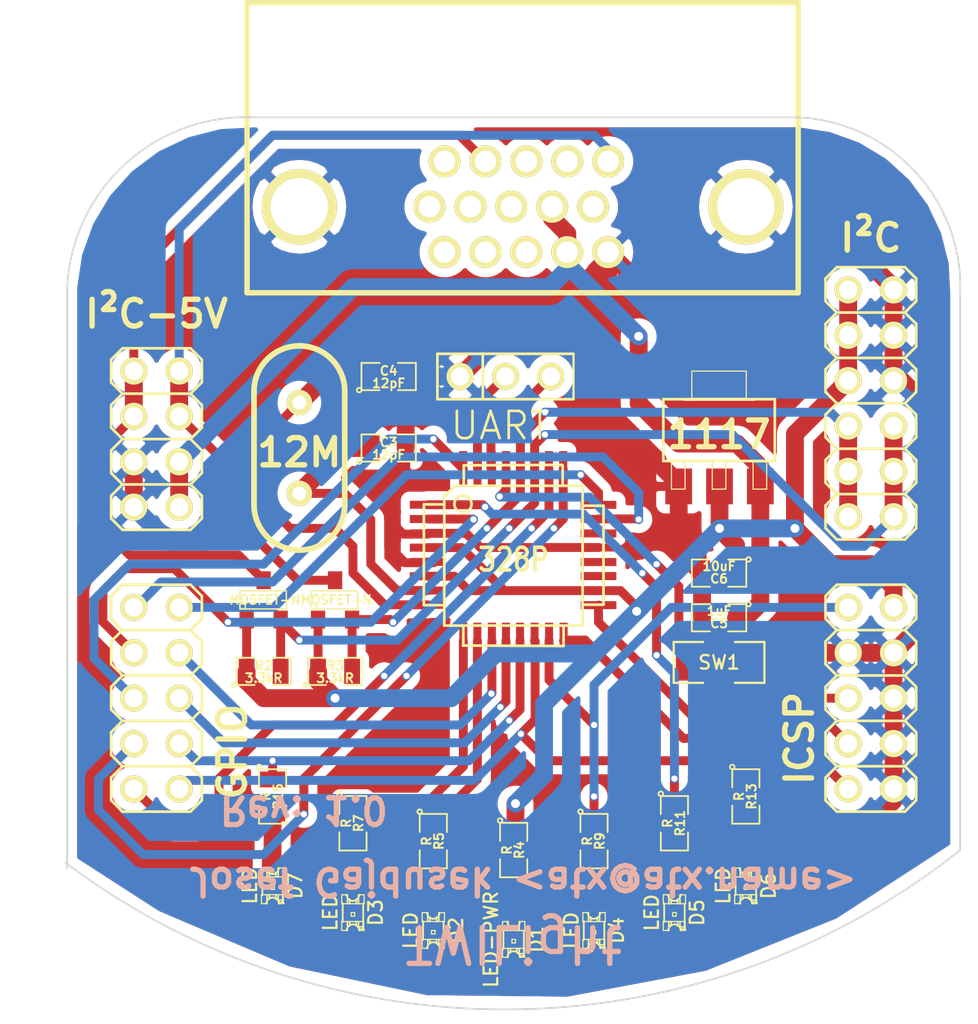
<source format=kicad_pcb>
(kicad_pcb (version 3) (host pcbnew "(2013-may-18)-stable")
  (layers (15 F.Cu signal) (0 B.Cu signal) (18 B.Paste user) (19 F.Paste user) (20 B.SilkS user) (21 F.SilkS user) (22 B.Mask user) (23 F.Mask user) (28 Edge.Cuts user))
  (net 0 "")
  (net 1 +3.3V)
  (net 2 +5V)
  (net 3 AVR-RST)
  (net 4 GND)
  (net 5 GPIO0)
  (net 6 GPIO1)
  (net 7 GPIO2)
  (net 8 GPIO3)
  (net 9 GPIO4)
  (net 10 GPIO5)
  (net 11 GPIO6)
  (net 12 GPIO7)
  (net 13 GPIO8)
  (net 14 GPIO9)
  (net 15 MISO)
  (net 16 MOSI)
  (net 17 N-0000020)
  (net 18 N-0000024)
  (net 19 N-0000027)
  (net 20 N-0000040)
  (net 21 N-0000044)
  (net 22 N-0000045)
  (net 23 N-0000047)
  (net 24 N-0000048)
  (net 25 N-0000049)
  (net 26 PWM-0A)
  (net 27 PWM-0B)
  (net 28 PWM-2B)
  (net 29 RX)
  (net 30 SCK)
  (net 31 SCL-3.3V)
  (net 32 SCL-5V)
  (net 33 SDA-3.3V)
  (net 34 SDA-5V)
  (net 35 TX)
  (module TQFP32 (layer F.Cu) (at 37 36.5)
    (fp_text reference "" (at 0 -1.27) (layer F.SilkS) (effects (font (size 1.27 1.016) (thickness 0.2032))))
    (fp_text value 328P (at 0 0.25) (layer F.SilkS) (effects (font (size 1.27 1.016) (thickness 0.2032))))
    (pad 8 smd rect (at -4.81584 2.77622) (size 1.99898 0.44958) (layers F.Cu F.Paste F.Mask) (net 22 N-0000045))
    (pad 7 smd rect (at -4.81584 1.97612) (size 1.99898 0.44958) (layers F.Cu F.Paste F.Mask) (net 21 N-0000044))
    (pad 6 smd rect (at -4.81584 1.17602) (size 1.99898 0.44958) (layers F.Cu F.Paste F.Mask) (net 1 +3.3V))
    (pad 5 smd rect (at -4.81584 0.37592) (size 1.99898 0.44958) (layers F.Cu F.Paste F.Mask) (net 4 GND))
    (pad 4 smd rect (at -4.81584 -0.42418) (size 1.99898 0.44958) (layers F.Cu F.Paste F.Mask) (net 1 +3.3V))
    (pad 3 smd rect (at -4.81584 -1.22428) (size 1.99898 0.44958) (layers F.Cu F.Paste F.Mask) (net 4 GND))
    (pad 2 smd rect (at -4.81584 -2.02438) (size 1.99898 0.44958) (layers F.Cu F.Paste F.Mask) (net 13 GPIO8))
    (pad 1 smd rect (at -4.81584 -2.82448) (size 1.99898 0.44958) (layers F.Cu F.Paste F.Mask) (net 28 PWM-2B))
    (pad 24 smd rect (at 4.7498 -2.8194) (size 1.99898 0.44958) (layers F.Cu F.Paste F.Mask) (net 9 GPIO4))
    (pad 17 smd rect (at 4.7498 2.794) (size 1.99898 0.44958) (layers F.Cu F.Paste F.Mask) (net 30 SCK))
    (pad 18 smd rect (at 4.7498 1.9812) (size 1.99898 0.44958) (layers F.Cu F.Paste F.Mask) (net 1 +3.3V))
    (pad 19 smd rect (at 4.7498 1.1684) (size 1.99898 0.44958) (layers F.Cu F.Paste F.Mask))
    (pad 20 smd rect (at 4.7498 0.381) (size 1.99898 0.44958) (layers F.Cu F.Paste F.Mask))
    (pad 21 smd rect (at 4.7498 -0.4318) (size 1.99898 0.44958) (layers F.Cu F.Paste F.Mask) (net 4 GND))
    (pad 22 smd rect (at 4.7498 -1.2192) (size 1.99898 0.44958) (layers F.Cu F.Paste F.Mask))
    (pad 23 smd rect (at 4.7498 -2.032) (size 1.99898 0.44958) (layers F.Cu F.Paste F.Mask) (net 14 GPIO9))
    (pad 32 smd rect (at -2.82448 -4.826) (size 0.44958 1.99898) (layers F.Cu F.Paste F.Mask) (net 12 GPIO7))
    (pad 31 smd rect (at -2.02692 -4.826) (size 0.44958 1.99898) (layers F.Cu F.Paste F.Mask) (net 35 TX))
    (pad 30 smd rect (at -1.22428 -4.826) (size 0.44958 1.99898) (layers F.Cu F.Paste F.Mask) (net 29 RX))
    (pad 29 smd rect (at -0.42672 -4.826) (size 0.44958 1.99898) (layers F.Cu F.Paste F.Mask) (net 3 AVR-RST))
    (pad 28 smd rect (at 0.37592 -4.826) (size 0.44958 1.99898) (layers F.Cu F.Paste F.Mask) (net 31 SCL-3.3V))
    (pad 27 smd rect (at 1.17348 -4.826) (size 0.44958 1.99898) (layers F.Cu F.Paste F.Mask) (net 33 SDA-3.3V))
    (pad 26 smd rect (at 1.97612 -4.826) (size 0.44958 1.99898) (layers F.Cu F.Paste F.Mask) (net 10 GPIO5))
    (pad 25 smd rect (at 2.77368 -4.826) (size 0.44958 1.99898) (layers F.Cu F.Paste F.Mask) (net 11 GPIO6))
    (pad 9 smd rect (at -2.8194 4.7752) (size 0.44958 1.99898) (layers F.Cu F.Paste F.Mask) (net 27 PWM-0B))
    (pad 10 smd rect (at -2.032 4.7752) (size 0.44958 1.99898) (layers F.Cu F.Paste F.Mask) (net 26 PWM-0A))
    (pad 11 smd rect (at -1.2192 4.7752) (size 0.44958 1.99898) (layers F.Cu F.Paste F.Mask) (net 8 GPIO3))
    (pad 12 smd rect (at -0.4318 4.7752) (size 0.44958 1.99898) (layers F.Cu F.Paste F.Mask) (net 7 GPIO2))
    (pad 13 smd rect (at 0.3556 4.7752) (size 0.44958 1.99898) (layers F.Cu F.Paste F.Mask) (net 6 GPIO1))
    (pad 14 smd rect (at 1.1684 4.7752) (size 0.44958 1.99898) (layers F.Cu F.Paste F.Mask) (net 5 GPIO0))
    (pad 15 smd rect (at 1.9812 4.7752) (size 0.44958 1.99898) (layers F.Cu F.Paste F.Mask) (net 16 MOSI))
    (pad 16 smd rect (at 2.794 4.7752) (size 0.44958 1.99898) (layers F.Cu F.Paste F.Mask) (net 15 MISO))
  )
  (module SM1206 (layer F.Cu) (at 48.5 42.5 180)
    (fp_text reference SW1 (at 0 0 180) (layer F.SilkS) (effects (font (size 0.762 0.762) (thickness 0.127))))
    (fp_text value SPST hide)
    (pad 1 smd rect (at -1.651 0 180) (size 1.524 2.032) (layers F.Cu F.Paste F.Mask) (net 4 GND))
    (pad 2 smd rect (at 1.651 0 180) (size 1.524 2.032) (layers F.Cu F.Paste F.Mask) (net 3 AVR-RST))
  )
  (module SM0805 (layer F.Cu) (at 50 50 270)
    (fp_text reference R13 (at 0 -0.3175 270) (layer F.SilkS) (effects (font (size 0.50038 0.50038) (thickness 0.10922))))
    (fp_text value R (at 0 0.381 270) (layer F.SilkS) (effects (font (size 0.50038 0.50038) (thickness 0.10922))))
    (pad 1 smd rect (at -0.9525 0 270) (size 0.889 1.397) (layers F.Cu F.Paste F.Mask) (net 5 GPIO0))
    (pad 2 smd rect (at 0.9525 0 270) (size 0.889 1.397) (layers F.Cu F.Paste F.Mask) (net 23 N-0000047))
  )
  (module SM0805 (layer F.Cu) (at 23.5 50 270)
    (fp_text reference R15 (at 0 -0.3175 270) (layer F.SilkS) (effects (font (size 0.50038 0.50038) (thickness 0.10922))))
    (fp_text value R (at 0 0.381 270) (layer F.SilkS) (effects (font (size 0.50038 0.50038) (thickness 0.10922))))
    (pad 1 smd rect (at -0.9525 0 270) (size 0.889 1.397) (layers F.Cu F.Paste F.Mask) (net 6 GPIO1))
    (pad 2 smd rect (at 0.9525 0 270) (size 0.889 1.397) (layers F.Cu F.Paste F.Mask) (net 18 N-0000024))
  )
  (module SM0805 (layer F.Cu) (at 27 43)
    (fp_text reference R3 (at 0 -0.3175) (layer F.SilkS) (effects (font (size 0.50038 0.50038) (thickness 0.10922))))
    (fp_text value 3.3kR (at 0 0.381) (layer F.SilkS) (effects (font (size 0.50038 0.50038) (thickness 0.10922))))
    (pad 1 smd rect (at -0.9525 0) (size 0.889 1.397) (layers F.Cu F.Paste F.Mask) (net 1 +3.3V))
    (pad 2 smd rect (at 0.9525 0) (size 0.889 1.397) (layers F.Cu F.Paste F.Mask) (net 31 SCL-3.3V))
  )
  (module SM0805 (layer F.Cu) (at 23 43)
    (fp_text reference R2 (at 0 -0.3175) (layer F.SilkS) (effects (font (size 0.50038 0.50038) (thickness 0.10922))))
    (fp_text value 3.3kR (at 0 0.381) (layer F.SilkS) (effects (font (size 0.50038 0.50038) (thickness 0.10922))))
    (pad 1 smd rect (at -0.9525 0) (size 0.889 1.397) (layers F.Cu F.Paste F.Mask) (net 1 +3.3V))
    (pad 2 smd rect (at 0.9525 0) (size 0.889 1.397) (layers F.Cu F.Paste F.Mask) (net 33 SDA-3.3V))
  )
  (module SM0805 (layer F.Cu) (at 30 26.5)
    (fp_text reference C4 (at 0 -0.3175) (layer F.SilkS) (effects (font (size 0.50038 0.50038) (thickness 0.10922))))
    (fp_text value 12pF (at 0 0.381) (layer F.SilkS) (effects (font (size 0.50038 0.50038) (thickness 0.10922))))
    (pad 1 smd rect (at -0.9525 0) (size 0.889 1.397) (layers F.Cu F.Paste F.Mask) (net 22 N-0000045))
    (pad 2 smd rect (at 0.9525 0) (size 0.889 1.397) (layers F.Cu F.Paste F.Mask) (net 4 GND))
  )
  (module SM0805 (layer F.Cu) (at 30 30.5)
    (fp_text reference C3 (at 0 -0.3175) (layer F.SilkS) (effects (font (size 0.50038 0.50038) (thickness 0.10922))))
    (fp_text value 12pF (at 0 0.381) (layer F.SilkS) (effects (font (size 0.50038 0.50038) (thickness 0.10922))))
    (pad 1 smd rect (at -0.9525 0) (size 0.889 1.397) (layers F.Cu F.Paste F.Mask) (net 21 N-0000044))
    (pad 2 smd rect (at 0.9525 0) (size 0.889 1.397) (layers F.Cu F.Paste F.Mask) (net 4 GND))
  )
  (module SM0805 (layer F.Cu) (at 46 51.5 270)
    (fp_text reference R11 (at 0 -0.3175 270) (layer F.SilkS) (effects (font (size 0.50038 0.50038) (thickness 0.10922))))
    (fp_text value R (at 0 0.381 270) (layer F.SilkS) (effects (font (size 0.50038 0.50038) (thickness 0.10922))))
    (pad 1 smd rect (at -0.9525 0 270) (size 0.889 1.397) (layers F.Cu F.Paste F.Mask) (net 28 PWM-2B))
    (pad 2 smd rect (at 0.9525 0 270) (size 0.889 1.397) (layers F.Cu F.Paste F.Mask) (net 24 N-0000048))
  )
  (module SM0805 (layer F.Cu) (at 41.5 52.5 270)
    (fp_text reference R9 (at 0 -0.3175 270) (layer F.SilkS) (effects (font (size 0.50038 0.50038) (thickness 0.10922))))
    (fp_text value R (at 0 0.381 270) (layer F.SilkS) (effects (font (size 0.50038 0.50038) (thickness 0.10922))))
    (pad 1 smd rect (at -0.9525 0 270) (size 0.889 1.397) (layers F.Cu F.Paste F.Mask) (net 16 MOSI))
    (pad 2 smd rect (at 0.9525 0 270) (size 0.889 1.397) (layers F.Cu F.Paste F.Mask) (net 25 N-0000049))
  )
  (module SM0805 (layer F.Cu) (at 48.5 37.5 180)
    (fp_text reference C6 (at 0 -0.3175 180) (layer F.SilkS) (effects (font (size 0.50038 0.50038) (thickness 0.10922))))
    (fp_text value 10uF (at 0 0.381 180) (layer F.SilkS) (effects (font (size 0.50038 0.50038) (thickness 0.10922))))
    (pad 1 smd rect (at -0.9525 0 180) (size 0.889 1.397) (layers F.Cu F.Paste F.Mask) (net 1 +3.3V))
    (pad 2 smd rect (at 0.9525 0 180) (size 0.889 1.397) (layers F.Cu F.Paste F.Mask) (net 4 GND))
  )
  (module SM0805 (layer F.Cu) (at 48.5 40 180)
    (fp_text reference C5 (at 0 -0.3175 180) (layer F.SilkS) (effects (font (size 0.50038 0.50038) (thickness 0.10922))))
    (fp_text value 1uF (at 0 0.381 180) (layer F.SilkS) (effects (font (size 0.50038 0.50038) (thickness 0.10922))))
    (pad 1 smd rect (at -0.9525 0 180) (size 0.889 1.397) (layers F.Cu F.Paste F.Mask) (net 2 +5V))
    (pad 2 smd rect (at 0.9525 0 180) (size 0.889 1.397) (layers F.Cu F.Paste F.Mask) (net 4 GND))
  )
  (module SM0805 (layer F.Cu) (at 37 53 270)
    (fp_text reference R4 (at 0 -0.3175 270) (layer F.SilkS) (effects (font (size 0.50038 0.50038) (thickness 0.10922))))
    (fp_text value R (at 0 0.381 270) (layer F.SilkS) (effects (font (size 0.50038 0.50038) (thickness 0.10922))))
    (pad 1 smd rect (at -0.9525 0 270) (size 0.889 1.397) (layers F.Cu F.Paste F.Mask) (net 1 +3.3V))
    (pad 2 smd rect (at 0.9525 0 270) (size 0.889 1.397) (layers F.Cu F.Paste F.Mask) (net 19 N-0000027))
  )
  (module SM0805 (layer F.Cu) (at 32.5 52.5 270)
    (fp_text reference R5 (at 0 -0.3175 270) (layer F.SilkS) (effects (font (size 0.50038 0.50038) (thickness 0.10922))))
    (fp_text value R (at 0 0.381 270) (layer F.SilkS) (effects (font (size 0.50038 0.50038) (thickness 0.10922))))
    (pad 1 smd rect (at -0.9525 0 270) (size 0.889 1.397) (layers F.Cu F.Paste F.Mask) (net 26 PWM-0A))
    (pad 2 smd rect (at 0.9525 0 270) (size 0.889 1.397) (layers F.Cu F.Paste F.Mask) (net 17 N-0000020))
  )
  (module SM0805 (layer F.Cu) (at 28 51.5 270)
    (fp_text reference R7 (at 0 -0.3175 270) (layer F.SilkS) (effects (font (size 0.50038 0.50038) (thickness 0.10922))))
    (fp_text value R (at 0 0.381 270) (layer F.SilkS) (effects (font (size 0.50038 0.50038) (thickness 0.10922))))
    (pad 1 smd rect (at -0.9525 0 270) (size 0.889 1.397) (layers F.Cu F.Paste F.Mask) (net 27 PWM-0B))
    (pad 2 smd rect (at 0.9525 0 270) (size 0.889 1.397) (layers F.Cu F.Paste F.Mask) (net 20 N-0000040))
  )
  (module LED-0805 (layer F.Cu) (at 32.5 57.5 270)
    (fp_text reference D2 (at 0 -1.27 270) (layer F.SilkS) (effects (font (size 0.762 0.762) (thickness 0.127))))
    (fp_text value LED (at 0 1.27 270) (layer F.SilkS) (effects (font (size 0.762 0.762) (thickness 0.127))))
    (pad 1 smd rect (at -1.04902 0 270) (size 1.19888 1.19888) (layers F.Cu F.Paste F.Mask) (net 17 N-0000020))
    (pad 2 smd rect (at 1.04902 0 270) (size 1.19888 1.19888) (layers F.Cu F.Paste F.Mask) (net 4 GND))
  )
  (module LED-0805 (layer F.Cu) (at 23.5 55 270)
    (fp_text reference D7 (at 0 -1.27 270) (layer F.SilkS) (effects (font (size 0.762 0.762) (thickness 0.127))))
    (fp_text value LED (at 0 1.27 270) (layer F.SilkS) (effects (font (size 0.762 0.762) (thickness 0.127))))
    (pad 1 smd rect (at -1.04902 0 270) (size 1.19888 1.19888) (layers F.Cu F.Paste F.Mask) (net 18 N-0000024))
    (pad 2 smd rect (at 1.04902 0 270) (size 1.19888 1.19888) (layers F.Cu F.Paste F.Mask) (net 4 GND))
  )
  (module LED-0805 (layer F.Cu) (at 37 58 270)
    (fp_text reference D1 (at 0 -1.27 270) (layer F.SilkS) (effects (font (size 0.762 0.762) (thickness 0.127))))
    (fp_text value LED-PWR (at 0 1.27 270) (layer F.SilkS) (effects (font (size 0.762 0.762) (thickness 0.127))))
    (pad 1 smd rect (at -1.04902 0 270) (size 1.19888 1.19888) (layers F.Cu F.Paste F.Mask) (net 19 N-0000027))
    (pad 2 smd rect (at 1.04902 0 270) (size 1.19888 1.19888) (layers F.Cu F.Paste F.Mask) (net 4 GND))
  )
  (module LED-0805 (layer F.Cu) (at 28 56.5 270)
    (fp_text reference D3 (at 0 -1.27 270) (layer F.SilkS) (effects (font (size 0.762 0.762) (thickness 0.127))))
    (fp_text value LED (at 0 1.27 270) (layer F.SilkS) (effects (font (size 0.762 0.762) (thickness 0.127))))
    (pad 1 smd rect (at -1.04902 0 270) (size 1.19888 1.19888) (layers F.Cu F.Paste F.Mask) (net 20 N-0000040))
    (pad 2 smd rect (at 1.04902 0 270) (size 1.19888 1.19888) (layers F.Cu F.Paste F.Mask) (net 4 GND))
  )
  (module LED-0805 (layer F.Cu) (at 41.5 57.5 270)
    (fp_text reference D4 (at 0 -1.27 270) (layer F.SilkS) (effects (font (size 0.762 0.762) (thickness 0.127))))
    (fp_text value LED (at 0 1.27 270) (layer F.SilkS) (effects (font (size 0.762 0.762) (thickness 0.127))))
    (pad 1 smd rect (at -1.04902 0 270) (size 1.19888 1.19888) (layers F.Cu F.Paste F.Mask) (net 25 N-0000049))
    (pad 2 smd rect (at 1.04902 0 270) (size 1.19888 1.19888) (layers F.Cu F.Paste F.Mask) (net 4 GND))
  )
  (module LED-0805 (layer F.Cu) (at 46 56.5 270)
    (fp_text reference D5 (at 0 -1.27 270) (layer F.SilkS) (effects (font (size 0.762 0.762) (thickness 0.127))))
    (fp_text value LED (at 0 1.27 270) (layer F.SilkS) (effects (font (size 0.762 0.762) (thickness 0.127))))
    (pad 1 smd rect (at -1.04902 0 270) (size 1.19888 1.19888) (layers F.Cu F.Paste F.Mask) (net 24 N-0000048))
    (pad 2 smd rect (at 1.04902 0 270) (size 1.19888 1.19888) (layers F.Cu F.Paste F.Mask) (net 4 GND))
  )
  (module LED-0805 (layer F.Cu) (at 50 55 270)
    (fp_text reference D6 (at 0 -1.27 270) (layer F.SilkS) (effects (font (size 0.762 0.762) (thickness 0.127))))
    (fp_text value LED (at 0 1.27 270) (layer F.SilkS) (effects (font (size 0.762 0.762) (thickness 0.127))))
    (pad 1 smd rect (at -1.04902 0 270) (size 1.19888 1.19888) (layers F.Cu F.Paste F.Mask) (net 23 N-0000047))
    (pad 2 smd rect (at 1.04902 0 270) (size 1.19888 1.19888) (layers F.Cu F.Paste F.Mask) (net 4 GND))
  )
  (module SOT23 (layer F.Cu) (at 23 39)
    (fp_text reference "" (at 2 1 90) (layer F.SilkS) (effects (font (size 0.762 0.762) (thickness 0.11938))))
    (fp_text value MOSFET-N (at 0.0635 0) (layer F.SilkS) (effects (font (size 0.50038 0.50038) (thickness 0.09906))))
    (pad 3 smd rect (at 0 -1.09982) (size 0.8001 1.00076) (layers F.Cu F.Paste F.Mask) (net 34 SDA-5V))
    (pad 2 smd rect (at 0.9525 1.09982) (size 0.8001 1.00076) (layers F.Cu F.Paste F.Mask) (net 33 SDA-3.3V))
    (pad 1 smd rect (at -0.9525 1.09982) (size 0.8001 1.00076) (layers F.Cu F.Paste F.Mask) (net 1 +3.3V))
  )
  (module SOT23 (layer F.Cu) (at 27 39)
    (fp_text reference "" (at 1.99898 -0.09906 90) (layer F.SilkS) (effects (font (size 0.762 0.762) (thickness 0.11938))))
    (fp_text value MOSFET-N (at 0.0635 0) (layer F.SilkS) (effects (font (size 0.50038 0.50038) (thickness 0.09906))))
    (pad 3 smd rect (at 0 -1.09982) (size 0.8001 1.00076) (layers F.Cu F.Paste F.Mask) (net 32 SCL-5V))
    (pad 2 smd rect (at 0.9525 1.09982) (size 0.8001 1.00076) (layers F.Cu F.Paste F.Mask) (net 31 SCL-3.3V))
    (pad 1 smd rect (at -0.9525 1.09982) (size 0.8001 1.00076) (layers F.Cu F.Paste F.Mask) (net 1 +3.3V))
  )
  (module m-pad-2.1-181-015-212-171 (layer F.Cu) (at 37.5 17 180)
    (fp_text reference "" (at -12.23264 -6.11378 180) (layer B.SilkS) (effects (font (size 1.27 1.27) (thickness 0.0889))))
    (fp_text value "" (at 0 -6 180) (layer B.SilkS) (effects (font (size 1.4224 1.4224) (thickness 0.0889))))
    (pad 1 thru_hole circle (at 4.37134 -2.54 180) (size 1.7907 1.7907) (drill 1.1938) (layers *.Cu *.Mask F.Paste F.SilkS))
    (pad 2 thru_hole circle (at 2.08026 -2.54 180) (size 1.7907 1.7907) (drill 1.1938) (layers *.Cu *.Mask F.Paste F.SilkS))
    (pad 3 thru_hole circle (at -0.20828 -2.54 180) (size 1.7907 1.7907) (drill 1.1938) (layers *.Cu *.Mask F.Paste F.SilkS))
    (pad 4 thru_hole circle (at -2.49936 -2.54 180) (size 1.7907 1.7907) (drill 1.1938) (layers *.Cu *.Mask F.Paste F.SilkS) (net 2 +5V))
    (pad 5 thru_hole circle (at -4.79044 -2.54 180) (size 1.7907 1.7907) (drill 1.1938) (layers *.Cu *.Mask F.Paste F.SilkS) (net 4 GND))
    (pad 6 thru_hole circle (at 5.21716 0 180) (size 1.7907 1.7907) (drill 1.1938) (layers *.Cu *.Mask F.Paste F.SilkS))
    (pad 7 thru_hole circle (at 2.92608 0 180) (size 1.7907 1.7907) (drill 1.1938) (layers *.Cu *.Mask F.Paste F.SilkS))
    (pad 8 thru_hole circle (at 0.635 0 180) (size 1.7907 1.7907) (drill 1.1938) (layers *.Cu *.Mask F.Paste F.SilkS))
    (pad 9 thru_hole circle (at -1.65354 0 180) (size 1.7907 1.7907) (drill 1.1938) (layers *.Cu *.Mask F.Paste F.SilkS) (net 2 +5V))
    (pad 10 thru_hole circle (at -3.94462 0 180) (size 1.7907 1.7907) (drill 1.1938) (layers *.Cu *.Mask F.Paste F.SilkS))
    (pad 11 thru_hole circle (at 4.37134 2.54 180) (size 1.7907 1.7907) (drill 1.1938) (layers *.Cu *.Mask F.Paste F.SilkS))
    (pad 12 thru_hole circle (at 2.08026 2.54 180) (size 1.7907 1.7907) (drill 1.1938) (layers *.Cu *.Mask F.Paste F.SilkS) (net 34 SDA-5V))
    (pad 13 thru_hole circle (at -0.20828 2.54 180) (size 1.7907 1.7907) (drill 1.1938) (layers *.Cu *.Mask F.Paste F.SilkS))
    (pad 14 thru_hole circle (at -2.49936 2.54 180) (size 1.7907 1.7907) (drill 1.1938) (layers *.Cu *.Mask F.Paste F.SilkS))
    (pad 15 thru_hole circle (at -4.79044 2.54 180) (size 1.7907 1.7907) (drill 1.1938) (layers *.Cu *.Mask F.Paste F.SilkS) (net 32 SCL-5V))
    (pad P$1 thru_hole circle (at -12.50188 0 180) (size 4.2164 4.2164) (drill 3.2004) (layers *.Cu *.Mask F.Paste F.SilkS) (net 4 GND))
    (pad P$2 thru_hole circle (at 12.50188 0 180) (size 4.2164 4.2164) (drill 3.2004) (layers *.Cu *.Mask F.Paste F.SilkS) (net 4 GND))
  )
  (module burr-brown-SOT223 (layer F.Cu) (at 48.5 29.5)
    (fp_text reference "" (at 0.635 -4.953) (layer B.SilkS) (effects (font (size 1.27 1.27) (thickness 0.0889))))
    (fp_text value "" (at 0 0) (layer B.SilkS) (effects (font (size 1.27 1.27) (thickness 0.0889))))
    (pad 1 smd rect (at -2.2606 3.1496) (size 1.4986 2.0066) (layers F.Cu F.Paste F.Mask) (net 4 GND))
    (pad 2 smd rect (at 0.0254 3.1496) (size 1.4986 2.0066) (layers F.Cu F.Paste F.Mask) (net 1 +3.3V))
    (pad 3 smd rect (at 2.3114 3.1496) (size 1.4986 2.0066) (layers F.Cu F.Paste F.Mask) (net 2 +5V))
    (pad 4 smd rect (at 0 -3.1496) (size 3.81 2.0066) (layers F.Cu F.Paste F.Mask))
  )
  (module pinhead-1-2X06 (layer F.Cu) (at 57 28 270)
    (fp_text reference "" (at -4.445 -3.81 270) (layer B.SilkS) (effects (font (size 1.27 1.27) (thickness 0.0889))))
    (fp_text value "" (at 0.25 3.75 270) (layer B.SilkS) (effects (font (size 1.27 1.27) (thickness 0.0889))))
    (pad 1 thru_hole circle (at -6.35 1.27 270) (size 1.524 1.524) (drill 1.016) (layers *.Cu *.Mask F.Paste F.SilkS) (net 1 +3.3V))
    (pad 2 thru_hole circle (at -6.35 -1.27 270) (size 1.524 1.524) (drill 1.016) (layers *.Cu *.Mask F.Paste F.SilkS) (net 4 GND))
    (pad 3 thru_hole circle (at -3.81 1.27 270) (size 1.524 1.524) (drill 1.016) (layers *.Cu *.Mask F.Paste F.SilkS) (net 1 +3.3V))
    (pad 4 thru_hole circle (at -3.81 -1.27 270) (size 1.524 1.524) (drill 1.016) (layers *.Cu *.Mask F.Paste F.SilkS) (net 4 GND))
    (pad 5 thru_hole circle (at -1.27 1.27 270) (size 1.524 1.524) (drill 1.016) (layers *.Cu *.Mask F.Paste F.SilkS) (net 1 +3.3V))
    (pad 6 thru_hole circle (at -1.27 -1.27 270) (size 1.524 1.524) (drill 1.016) (layers *.Cu *.Mask F.Paste F.SilkS) (net 4 GND))
    (pad 7 thru_hole circle (at 1.27 1.27 270) (size 1.524 1.524) (drill 1.016) (layers *.Cu *.Mask F.Paste F.SilkS) (net 31 SCL-3.3V))
    (pad 8 thru_hole circle (at 1.27 -1.27 270) (size 1.524 1.524) (drill 1.016) (layers *.Cu *.Mask F.Paste F.SilkS) (net 33 SDA-3.3V))
    (pad 9 thru_hole circle (at 3.81 1.27 270) (size 1.524 1.524) (drill 1.016) (layers *.Cu *.Mask F.Paste F.SilkS) (net 31 SCL-3.3V))
    (pad 10 thru_hole circle (at 3.81 -1.27 270) (size 1.524 1.524) (drill 1.016) (layers *.Cu *.Mask F.Paste F.SilkS) (net 33 SDA-3.3V))
    (pad 11 thru_hole circle (at 6.35 1.27 270) (size 1.524 1.524) (drill 1.016) (layers *.Cu *.Mask F.Paste F.SilkS) (net 31 SCL-3.3V))
    (pad 12 thru_hole circle (at 6.35 -1.27 270) (size 1.524 1.524) (drill 1.016) (layers *.Cu *.Mask F.Paste F.SilkS) (net 33 SDA-3.3V))
  )
  (module pinhead-1-2X04 (layer F.Cu) (at 17 30 90)
    (fp_text reference "" (at -1.905 -3.81 90) (layer B.SilkS) (effects (font (size 1.27 1.27) (thickness 0.0889))))
    (fp_text value "" (at -1.27 3.81 90) (layer B.SilkS) (effects (font (size 1.27 1.27) (thickness 0.0889))))
    (pad 1 thru_hole circle (at -3.81 1.27 90) (size 1.524 1.524) (drill 1.016) (layers *.Cu *.Mask F.Paste F.SilkS) (net 2 +5V))
    (pad 2 thru_hole circle (at -3.81 -1.27 90) (size 1.524 1.524) (drill 1.016) (layers *.Cu *.Mask F.Paste F.SilkS) (net 4 GND))
    (pad 3 thru_hole circle (at -1.27 1.27 90) (size 1.524 1.524) (drill 1.016) (layers *.Cu *.Mask F.Paste F.SilkS) (net 2 +5V))
    (pad 4 thru_hole circle (at -1.27 -1.27 90) (size 1.524 1.524) (drill 1.016) (layers *.Cu *.Mask F.Paste F.SilkS) (net 4 GND))
    (pad 5 thru_hole circle (at 1.27 1.27 90) (size 1.524 1.524) (drill 1.016) (layers *.Cu *.Mask F.Paste F.SilkS) (net 32 SCL-5V))
    (pad 6 thru_hole circle (at 1.27 -1.27 90) (size 1.524 1.524) (drill 1.016) (layers *.Cu *.Mask F.Paste F.SilkS) (net 34 SDA-5V))
    (pad 7 thru_hole circle (at 3.81 1.27 90) (size 1.524 1.524) (drill 1.016) (layers *.Cu *.Mask F.Paste F.SilkS) (net 32 SCL-5V))
    (pad 8 thru_hole circle (at 3.81 -1.27 90) (size 1.524 1.524) (drill 1.016) (layers *.Cu *.Mask F.Paste F.SilkS) (net 34 SDA-5V))
  )
  (module pinhead-1-2X05 (layer F.Cu) (at 17 44.5 90)
    (fp_text reference "" (at -1.5 -8.5 90) (layer B.SilkS))
    (fp_text value "" (at -0.25 3.75 90) (layer B.SilkS) (effects (font (size 1.27 1.27) (thickness 0.0889))))
    (pad 1 thru_hole circle (at -5.08 1.27 90) (size 1.524 1.524) (drill 1.016) (layers *.Cu *.Mask F.Paste F.SilkS) (net 5 GPIO0))
    (pad 2 thru_hole circle (at -5.08 -1.27 90) (size 1.524 1.524) (drill 1.016) (layers *.Cu *.Mask F.Paste F.SilkS) (net 10 GPIO5))
    (pad 3 thru_hole circle (at -2.54 1.27 90) (size 1.524 1.524) (drill 1.016) (layers *.Cu *.Mask F.Paste F.SilkS) (net 6 GPIO1))
    (pad 4 thru_hole circle (at -2.54 -1.27 90) (size 1.524 1.524) (drill 1.016) (layers *.Cu *.Mask F.Paste F.SilkS) (net 11 GPIO6))
    (pad 5 thru_hole circle (at 0 1.27 90) (size 1.524 1.524) (drill 1.016) (layers *.Cu *.Mask F.Paste F.SilkS) (net 7 GPIO2))
    (pad 6 thru_hole circle (at 0 -1.27 90) (size 1.524 1.524) (drill 1.016) (layers *.Cu *.Mask F.Paste F.SilkS) (net 12 GPIO7))
    (pad 7 thru_hole circle (at 2.54 1.27 90) (size 1.524 1.524) (drill 1.016) (layers *.Cu *.Mask F.Paste F.SilkS) (net 8 GPIO3))
    (pad 8 thru_hole circle (at 2.54 -1.27 90) (size 1.524 1.524) (drill 1.016) (layers *.Cu *.Mask F.Paste F.SilkS) (net 13 GPIO8))
    (pad 9 thru_hole circle (at 5.08 1.27 90) (size 1.524 1.524) (drill 1.016) (layers *.Cu *.Mask F.Paste F.SilkS) (net 9 GPIO4))
    (pad 10 thru_hole circle (at 5.08 -1.27 90) (size 1.524 1.524) (drill 1.016) (layers *.Cu *.Mask F.Paste F.SilkS) (net 14 GPIO9))
  )
  (module pinhead-1-2X05 (layer F.Cu) (at 57 44.5 90)
    (fp_text reference "" (at -3.175 -3.81 90) (layer B.SilkS) (effects (font (size 1.27 1.27) (thickness 0.0889))))
    (fp_text value "" (at -0.75 -3.75 90) (layer B.SilkS) (effects (font (size 1.27 1.27) (thickness 0.0889))))
    (pad 1 thru_hole circle (at -5.08 1.27 90) (size 1.524 1.524) (drill 1.016) (layers *.Cu *.Mask F.Paste F.SilkS) (net 4 GND))
    (pad 2 thru_hole circle (at -5.08 -1.27 90) (size 1.524 1.524) (drill 1.016) (layers *.Cu *.Mask F.Paste F.SilkS) (net 15 MISO))
    (pad 3 thru_hole circle (at -2.54 1.27 90) (size 1.524 1.524) (drill 1.016) (layers *.Cu *.Mask F.Paste F.SilkS) (net 4 GND))
    (pad 4 thru_hole circle (at -2.54 -1.27 90) (size 1.524 1.524) (drill 1.016) (layers *.Cu *.Mask F.Paste F.SilkS) (net 30 SCK))
    (pad 5 thru_hole circle (at 0 1.27 90) (size 1.524 1.524) (drill 1.016) (layers *.Cu *.Mask F.Paste F.SilkS) (net 4 GND))
    (pad 6 thru_hole circle (at 0 -1.27 90) (size 1.524 1.524) (drill 1.016) (layers *.Cu *.Mask F.Paste F.SilkS) (net 3 AVR-RST))
    (pad 7 thru_hole circle (at 2.54 1.27 90) (size 1.524 1.524) (drill 1.016) (layers *.Cu *.Mask F.Paste F.SilkS) (net 4 GND))
    (pad 8 thru_hole circle (at 2.54 -1.27 90) (size 1.524 1.524) (drill 1.016) (layers *.Cu *.Mask F.Paste F.SilkS) (net 4 GND))
    (pad 9 thru_hole circle (at 5.08 1.27 90) (size 1.524 1.524) (drill 1.016) (layers *.Cu *.Mask F.Paste F.SilkS) (net 1 +3.3V))
    (pad 10 thru_hole circle (at 5.08 -1.27 90) (size 1.524 1.524) (drill 1.016) (layers *.Cu *.Mask F.Paste F.SilkS) (net 16 MOSI))
  )
  (module dp_devices-M1X3 (layer F.Cu) (at 34 26.5)
    (fp_text reference "" (at 1.905 -2.2225) (layer B.SilkS) (effects (font (size 1.27 1.27) (thickness 0.0889))))
    (fp_text value UART (at 2.25 2.75) (layer F.SilkS) (effects (font (size 1.524 1.524))))
    (pad 1 thru_hole circle (at 0 0) (size 1.524 1.524) (drill 1.016) (layers *.Cu *.Mask F.Paste F.SilkS) (net 4 GND))
    (pad 2 thru_hole circle (at 2.54 0) (size 1.524 1.524) (drill 1.016) (layers *.Cu *.Mask F.Paste F.SilkS) (net 35 TX))
    (pad 3 thru_hole circle (at 5.08 0) (size 1.524 1.524) (drill 1.016) (layers *.Cu *.Mask F.Paste F.SilkS) (net 29 RX))
  )
  (module HC-49V (layer F.Cu) (at 25 30.5 270)
    (fp_text reference "" (at 0 -3.81 270) (layer F.SilkS) (effects (font (size 1.524 1.524) (thickness 0.3048))))
    (fp_text value 12M (at 0.25 0 360) (layer F.SilkS) (effects (font (size 1.524 1.524) (thickness 0.3048))))
    (pad 1 thru_hole circle (at -2.54 0 270) (size 1.4224 1.4224) (drill 0.762) (layers *.Cu *.Mask F.SilkS) (net 22 N-0000045))
    (pad 2 thru_hole circle (at 2.54 0 270) (size 1.4224 1.4224) (drill 0.762) (layers *.Cu *.Mask F.SilkS) (net 21 N-0000044))
  )
  (gr_text 1117 (at 48.5 29.75) (layer F.SilkS) (effects (font (size 1.5 1.5) (thickness 0.3))))
  (gr_text I²C (at 57 18.75) (layer F.SilkS) (effects (font (size 1.5 1.5) (thickness 0.3))))
  (gr_text I²C-5V (at 17 23) (layer F.SilkS) (effects (font (size 1.5 1.5) (thickness 0.3))))
  (gr_text ICSP (at 53 46.75 90) (layer F.SilkS) (effects (font (size 1.5 1.5) (thickness 0.3))))
  (gr_text GPIO (at 21.25 47.5 90) (layer F.SilkS) (effects (font (size 1.5 1.5) (thickness 0.3))))
  (gr_text "Rev: 1.0" (at 25.25 50.75 180) (layer B.SilkS) (effects (font (size 1.5 1.5) (thickness 0.3)) (justify mirror)))
  (gr_text "Josef Gajdusek <atx@atx.name>" (at 37.5 54.75 180) (layer B.SilkS) (effects (font (size 1.5 1.5) (thickness 0.3)) (justify mirror)))
  (gr_text TWILight (at 37 58.25 180) (layer B.SilkS) (effects (font (size 2 2) (thickness 0.3)) (justify mirror)))
  (gr_line (start 53 12) (end 22.5 12) (angle 90) (layer Edge.Cuts) (width 0.1))
  (gr_line (start 62 22) (end 62 53) (angle 90) (layer Edge.Cuts) (width 0.1))
  (gr_line (start 12 21.5) (end 12 54) (angle 90) (layer Edge.Cuts) (width 0.1))
  (gr_arc (start 36.5 21) (end 62 53) (angle 75.5) (layer Edge.Cuts) (width 0.1))
  (gr_arc (start 52.5 21.5) (end 53 12) (angle 90) (layer Edge.Cuts) (width 0.1))
  (gr_arc (start 22 22) (end 12 21.5) (angle 90) (layer Edge.Cuts) (width 0.1))
  (segment (start 27 44.5) (end 33.5 44.5) (width 1) (layer B.Cu) (net 1))
  (via (at 27 44.5) (size 0.889) (drill 0.5) (layers F.Cu B.Cu) (net 1))
  (segment (start 37.1 50.5) (end 37.1 50.4) (width 1) (layer F.Cu) (net 1))
  (via (at 37.1 50.4) (size 0.889) (drill 0.5) (layers F.Cu B.Cu) (net 1))
  (segment (start 41.5254 42) (end 38.7 44.8254) (width 1) (layer B.Cu) (net 1))
  (segment (start 37.1 51.9475) (end 37 52.0475) (width 1) (layer F.Cu) (net 1))
  (segment (start 37.1 50.5) (end 37.1 51.9475) (width 1) (layer F.Cu) (net 1))
  (segment (start 38.7 48.8) (end 37.1 50.4) (width 1) (layer B.Cu) (net 1))
  (segment (start 38.7 44.8254) (end 38.7 48.8) (width 1) (layer B.Cu) (net 1))
  (segment (start 57 37) (end 54.75 37) (width 1) (layer F.Cu) (net 1))
  (segment (start 58.27 39.42) (end 58.27 38.27) (width 1) (layer F.Cu) (net 1))
  (segment (start 54.75 37) (end 52.75 35) (width 1) (layer F.Cu) (net 1))
  (segment (start 58.27 38.27) (end 57 37) (width 1) (layer F.Cu) (net 1))
  (segment (start 52.75 35) (end 52.75 29.71) (width 1) (layer F.Cu) (net 1))
  (segment (start 52.75 29.71) (end 55.73 26.73) (width 1) (layer F.Cu) (net 1))
  (segment (start 48.5254 35) (end 52.75 35) (width 1) (layer B.Cu) (net 1))
  (via (at 52.75 35) (size 0.889) (drill 0.5) (layers F.Cu B.Cu) (net 1))
  (via (at 43.8877 39.6377) (size 0.889) (drill 0.5) (layers F.Cu B.Cu) (net 1))
  (segment (start 41.7498 38.4812) (end 42.9812 38.4812) (width 0.5) (layer F.Cu) (net 1))
  (segment (start 43.75 39.25) (end 42.9812 38.4812) (width 0.5) (layer F.Cu) (net 1))
  (segment (start 43.75 39.5) (end 43.75 39.25) (width 0.5) (layer F.Cu) (net 1))
  (segment (start 43.75 39.5) (end 43.8877 39.6377) (width 0.5) (layer F.Cu) (net 1))
  (via (at 48.5254 35) (size 0.889) (drill 0.5) (layers F.Cu B.Cu) (net 1))
  (segment (start 43.8877 39.6377) (end 48.5254 35) (width 1) (layer B.Cu) (net 1))
  (segment (start 44.1377 39.3877) (end 43.8877 39.6377) (width 1) (layer B.Cu) (net 1))
  (segment (start 41.5254 42) (end 44.1377 39.3877) (width 1) (layer B.Cu) (net 1))
  (segment (start 41.5254 42) (end 41.5 42) (width 1) (layer B.Cu) (net 1))
  (segment (start 36 42) (end 33.5 44.5) (width 1) (layer B.Cu) (net 1))
  (segment (start 41.5 42) (end 36 42) (width 1) (layer B.Cu) (net 1))
  (segment (start 27 44.5) (end 23 44.5) (width 1) (layer F.Cu) (net 1))
  (segment (start 23 44.5) (end 22.0475 43.5475) (width 1) (layer F.Cu) (net 1))
  (segment (start 22.0475 43.5475) (end 22.0475 43) (width 1) (layer F.Cu) (net 1))
  (segment (start 26.0475 43) (end 26.0475 43.5475) (width 1) (layer F.Cu) (net 1))
  (segment (start 27 44.5) (end 26.0475 43.5475) (width 1) (layer F.Cu) (net 1))
  (segment (start 32.18416 36.07582) (end 34.07582 36.07582) (width 0.5) (layer F.Cu) (net 1))
  (segment (start 34.07582 36.07582) (end 36.4812 38.4812) (width 0.5) (layer F.Cu) (net 1))
  (segment (start 32.18416 37.67602) (end 33.67602 37.67602) (width 0.5) (layer F.Cu) (net 1))
  (segment (start 34.4812 38.4812) (end 36.4812 38.4812) (width 0.5) (layer F.Cu) (net 1))
  (segment (start 36.4812 38.4812) (end 41.7498 38.4812) (width 0.5) (layer F.Cu) (net 1))
  (segment (start 33.67602 37.67602) (end 34.4812 38.4812) (width 0.5) (layer F.Cu) (net 1))
  (segment (start 26.0475 40.09982) (end 26.0475 43) (width 0.5) (layer F.Cu) (net 1))
  (segment (start 22.0475 40.09982) (end 22.0475 43) (width 0.5) (layer F.Cu) (net 1))
  (segment (start 48.5254 32.6496) (end 48.5254 35) (width 1) (layer F.Cu) (net 1))
  (segment (start 48.5254 35) (end 48.5254 35.0254) (width 1) (layer F.Cu) (net 1))
  (segment (start 48.5254 35.0254) (end 49.4525 35.9525) (width 1) (layer F.Cu) (net 1))
  (segment (start 49.4525 35.9525) (end 49.4525 37.5) (width 1) (layer F.Cu) (net 1))
  (segment (start 55.73 21.65) (end 55.73 24.19) (width 1) (layer F.Cu) (net 1))
  (segment (start 55.73 24.19) (end 55.73 26.73) (width 1) (layer F.Cu) (net 1))
  (segment (start 50.8114 32.6496) (end 50.8114 31.5614) (width 1) (layer F.Cu) (net 2))
  (segment (start 39.99936 20.24936) (end 39.99936 19.54) (width 1) (layer B.Cu) (net 2))
  (segment (start 44 24.25) (end 39.99936 20.24936) (width 1) (layer B.Cu) (net 2))
  (via (at 44 24.25) (size 0.889) (drill 0.5) (layers F.Cu B.Cu) (net 2))
  (segment (start 44 28) (end 44 24.25) (width 1) (layer F.Cu) (net 2))
  (segment (start 46.25 30.25) (end 44 28) (width 1) (layer F.Cu) (net 2))
  (segment (start 49.5 30.25) (end 46.25 30.25) (width 1) (layer F.Cu) (net 2))
  (segment (start 50.8114 31.5614) (end 49.5 30.25) (width 1) (layer F.Cu) (net 2))
  (segment (start 39.99936 19.54) (end 39.99936 20.49936) (width 1) (layer B.Cu) (net 2))
  (segment (start 18.27 31.27) (end 18.27 31.23) (width 1) (layer B.Cu) (net 2))
  (segment (start 18.27 31.23) (end 28 21.5) (width 1) (layer B.Cu) (net 2))
  (segment (start 28 21.5) (end 38.99872 21.5) (width 1) (layer B.Cu) (net 2))
  (segment (start 38.99872 21.5) (end 39.99936 20.49936) (width 1) (layer B.Cu) (net 2))
  (segment (start 49.4525 40) (end 50 40) (width 1) (layer F.Cu) (net 2))
  (segment (start 50 40) (end 50.8114 39.1886) (width 1) (layer F.Cu) (net 2))
  (segment (start 50.8114 39.1886) (end 50.8114 32.6496) (width 1) (layer F.Cu) (net 2))
  (segment (start 18.27 33.81) (end 18.27 31.27) (width 1) (layer F.Cu) (net 2))
  (segment (start 39.15354 17) (end 39.15354 17.65354) (width 1) (layer F.Cu) (net 2))
  (segment (start 39.99936 18.49936) (end 39.99936 19.54) (width 1) (layer F.Cu) (net 2))
  (segment (start 39.15354 17.65354) (end 39.99936 18.49936) (width 1) (layer F.Cu) (net 2))
  (segment (start 45 37) (end 46.25 38.25) (width 0.5) (layer F.Cu) (net 3))
  (via (at 45 37) (size 0.5) (drill 0.35) (layers F.Cu B.Cu) (net 3))
  (segment (start 41.25 33.25) (end 45 37) (width 0.5) (layer B.Cu) (net 3))
  (segment (start 36.25 33.25) (end 41.25 33.25) (width 0.5) (layer B.Cu) (net 3))
  (segment (start 36.21684 33.21684) (end 36.25 33.25) (width 0.5) (layer B.Cu) (net 3))
  (via (at 36.21684 33.21684) (size 0.5) (drill 0.35) (layers F.Cu B.Cu) (net 3))
  (segment (start 36.57328 32.8604) (end 36.21684 33.21684) (width 0.5) (layer F.Cu) (net 3))
  (segment (start 36.57328 31.674) (end 36.57328 32.8604) (width 0.5) (layer F.Cu) (net 3))
  (segment (start 46.25 41.901) (end 46.849 42.5) (width 0.5) (layer F.Cu) (net 3))
  (segment (start 46.25 38.25) (end 46.25 41.901) (width 0.5) (layer F.Cu) (net 3))
  (segment (start 46.5 42.5) (end 46.849 42.5) (width 0.5) (layer F.Cu) (net 3))
  (segment (start 46.849 42.5) (end 46.849 42.599) (width 0.5) (layer F.Cu) (net 3))
  (segment (start 46.849 42.599) (end 48.75 44.5) (width 0.5) (layer F.Cu) (net 3))
  (segment (start 48.75 44.5) (end 55.73 44.5) (width 0.5) (layer F.Cu) (net 3))
  (segment (start 58.27 21.65) (end 58.27 21.52) (width 1) (layer F.Cu) (net 4))
  (segment (start 45.00044 22.25) (end 42.29044 19.54) (width 1) (layer F.Cu) (net 4))
  (segment (start 50.25 22.25) (end 45.00044 22.25) (width 1) (layer F.Cu) (net 4))
  (segment (start 53 19.5) (end 50.25 22.25) (width 1) (layer F.Cu) (net 4))
  (segment (start 56.25 19.5) (end 53 19.5) (width 1) (layer F.Cu) (net 4))
  (segment (start 58.27 21.52) (end 56.25 19.5) (width 1) (layer F.Cu) (net 4))
  (segment (start 46.2394 32.6496) (end 46.2394 32.4894) (width 1) (layer F.Cu) (net 4))
  (segment (start 46.2394 32.4894) (end 42.29044 28.54044) (width 1) (layer F.Cu) (net 4))
  (segment (start 42.29044 28.54044) (end 42.29044 19.54) (width 1) (layer F.Cu) (net 4))
  (segment (start 34 26.5) (end 29 26.5) (width 1) (layer B.Cu) (net 4))
  (segment (start 17.67 35.75) (end 15.73 33.81) (width 1) (layer B.Cu) (net 4))
  (segment (start 19.75 35.75) (end 17.67 35.75) (width 1) (layer B.Cu) (net 4))
  (segment (start 29 26.5) (end 19.75 35.75) (width 1) (layer B.Cu) (net 4))
  (segment (start 30.9525 30.5) (end 30.9525 26.5) (width 1) (layer F.Cu) (net 4))
  (segment (start 34 26.5) (end 30.9525 26.5) (width 1) (layer F.Cu) (net 4))
  (segment (start 42.29044 19.54) (end 42.29044 20.20956) (width 1) (layer F.Cu) (net 4))
  (segment (start 36.5 24) (end 34 26.5) (width 1) (layer F.Cu) (net 4))
  (segment (start 38.5 24) (end 36.5 24) (width 1) (layer F.Cu) (net 4))
  (segment (start 42.29044 20.20956) (end 38.5 24) (width 1) (layer F.Cu) (net 4))
  (segment (start 30 34.5) (end 30 36) (width 0.5) (layer F.Cu) (net 4))
  (segment (start 32.5 36.922018) (end 32.18416 36.87592) (width 0.5) (layer F.Cu) (net 4))
  (segment (start 30.922018 36.922018) (end 32.5 36.922018) (width 0.5) (layer F.Cu) (net 4))
  (segment (start 30 36) (end 30.922018 36.922018) (width 0.5) (layer F.Cu) (net 4))
  (segment (start 30.9525 30.5) (end 30.9525 31.0475) (width 0.5) (layer F.Cu) (net 4))
  (segment (start 30.9525 31.0475) (end 30 32) (width 0.5) (layer F.Cu) (net 4))
  (segment (start 30 32) (end 30 34.5) (width 0.5) (layer F.Cu) (net 4))
  (segment (start 32.18416 35.321818) (end 32.18416 35.27572) (width 0.5) (layer F.Cu) (net 4))
  (segment (start 30.821818 35.321818) (end 32.18416 35.321818) (width 0.5) (layer F.Cu) (net 4))
  (segment (start 30 34.5) (end 30.821818 35.321818) (width 0.5) (layer F.Cu) (net 4))
  (segment (start 58.27 26.73) (end 58.73 26.73) (width 1) (layer F.Cu) (net 4))
  (segment (start 60.5 39.73) (end 58.27 41.96) (width 1) (layer F.Cu) (net 4))
  (segment (start 60.5 28.5) (end 60.5 39.73) (width 1) (layer F.Cu) (net 4))
  (segment (start 58.73 26.73) (end 60.5 28.5) (width 1) (layer F.Cu) (net 4))
  (segment (start 32.18416 35.27572) (end 34.34204 35.27572) (width 0.5) (layer F.Cu) (net 4))
  (segment (start 34.34204 35.27572) (end 35.13452 36.0682) (width 0.5) (layer F.Cu) (net 4))
  (segment (start 35.13452 36.0682) (end 41.7498 36.0682) (width 0.5) (layer F.Cu) (net 4))
  (segment (start 50.151 42.5) (end 50.5 42.5) (width 1) (layer F.Cu) (net 4))
  (segment (start 51.04 41.96) (end 55.73 41.96) (width 1) (layer F.Cu) (net 4))
  (segment (start 50.5 42.5) (end 51.04 41.96) (width 1) (layer F.Cu) (net 4))
  (segment (start 58.27 49.58) (end 58.27 50.23) (width 1) (layer F.Cu) (net 4))
  (segment (start 52.45098 56.04902) (end 50 56.04902) (width 1) (layer F.Cu) (net 4))
  (segment (start 58.27 50.23) (end 52.45098 56.04902) (width 1) (layer F.Cu) (net 4))
  (segment (start 23.5 56.04902) (end 23.5 56.5) (width 1) (layer F.Cu) (net 4))
  (segment (start 33.04902 59.04902) (end 37 59.04902) (width 1) (layer F.Cu) (net 4))
  (segment (start 32.54902 58.54902) (end 33.04902 59.04902) (width 1) (layer F.Cu) (net 4))
  (segment (start 29.04902 58.54902) (end 32.54902 58.54902) (width 1) (layer F.Cu) (net 4))
  (segment (start 28.04902 57.54902) (end 29.04902 58.54902) (width 1) (layer F.Cu) (net 4))
  (segment (start 24.54902 57.54902) (end 28.04902 57.54902) (width 1) (layer F.Cu) (net 4))
  (segment (start 23.5 56.5) (end 24.54902 57.54902) (width 1) (layer F.Cu) (net 4))
  (segment (start 50 56.04902) (end 49.95098 56.04902) (width 1) (layer F.Cu) (net 4))
  (segment (start 49.95098 56.04902) (end 48.45098 57.54902) (width 1) (layer F.Cu) (net 4))
  (segment (start 48.45098 57.54902) (end 45.95098 57.54902) (width 1) (layer F.Cu) (net 4))
  (segment (start 45.95098 57.54902) (end 44.95098 58.54902) (width 1) (layer F.Cu) (net 4))
  (segment (start 44.95098 58.54902) (end 41.45098 58.54902) (width 1) (layer F.Cu) (net 4))
  (segment (start 41.45098 58.54902) (end 40.95098 59.04902) (width 1) (layer F.Cu) (net 4))
  (segment (start 40.95098 59.04902) (end 37 59.04902) (width 1) (layer F.Cu) (net 4))
  (segment (start 15.73 33.81) (end 15.73 31.27) (width 1) (layer F.Cu) (net 4))
  (segment (start 46.2394 32.6496) (end 46.2394 36.1919) (width 1) (layer F.Cu) (net 4))
  (segment (start 46.2394 36.1919) (end 47.5475 37.5) (width 1) (layer F.Cu) (net 4))
  (segment (start 47.5475 37.5) (end 47.5475 40) (width 1) (layer F.Cu) (net 4))
  (segment (start 58.27 26.73) (end 58.27 24.19) (width 1) (layer F.Cu) (net 4))
  (segment (start 58.27 24.19) (end 58.27 21.65) (width 1) (layer F.Cu) (net 4))
  (segment (start 58.27 49.58) (end 58.27 47.04) (width 1) (layer F.Cu) (net 4))
  (segment (start 58.27 47.04) (end 58.27 44.5) (width 1) (layer F.Cu) (net 4))
  (segment (start 58.27 44.5) (end 58.27 41.96) (width 1) (layer F.Cu) (net 4))
  (segment (start 58.27 41.96) (end 55.73 41.96) (width 1) (layer F.Cu) (net 4))
  (segment (start 37.4 46.5) (end 38.9 48) (width 0.5) (layer F.Cu) (net 5))
  (segment (start 48.9525 48) (end 50 49.0475) (width 0.5) (layer F.Cu) (net 5))
  (segment (start 38.9 48) (end 48.9525 48) (width 0.5) (layer F.Cu) (net 5))
  (segment (start 35 48.9) (end 34.8 49.1) (width 0.5) (layer B.Cu) (net 5))
  (segment (start 38.2 41.3068) (end 38.2 45.7) (width 0.5) (layer F.Cu) (net 5))
  (segment (start 38.2 45.7) (end 37.4 46.5) (width 0.5) (layer F.Cu) (net 5))
  (via (at 37.4 46.5) (size 0.5) (drill 0.35) (layers F.Cu B.Cu) (net 5))
  (segment (start 37.4 46.5) (end 35 48.9) (width 0.5) (layer B.Cu) (net 5))
  (segment (start 38.1684 41.2752) (end 38.2 41.3068) (width 0.5) (layer F.Cu) (net 5))
  (segment (start 18.75 49.1) (end 18.27 49.58) (width 0.5) (layer B.Cu) (net 5))
  (segment (start 34.8 49.1) (end 18.75 49.1) (width 0.5) (layer B.Cu) (net 5))
  (via (at 23.5 48) (size 0.5) (drill 0.35) (layers F.Cu B.Cu) (net 6))
  (segment (start 23.5 48) (end 23.5 49.0475) (width 0.5) (layer F.Cu) (net 6))
  (segment (start 37.3556 41.2752) (end 37.3556 45.1444) (width 0.5) (layer F.Cu) (net 6))
  (segment (start 19.23 48) (end 18.27 47.04) (width 0.5) (layer B.Cu) (net 6))
  (segment (start 34.5 48) (end 23.5 48) (width 0.5) (layer B.Cu) (net 6))
  (segment (start 23.5 48) (end 19.23 48) (width 0.5) (layer B.Cu) (net 6))
  (segment (start 36.75 45.75) (end 34.5 48) (width 0.5) (layer B.Cu) (net 6))
  (via (at 36.75 45.75) (size 0.5) (drill 0.35) (layers F.Cu B.Cu) (net 6))
  (segment (start 37.3556 45.1444) (end 36.75 45.75) (width 0.5) (layer F.Cu) (net 6))
  (segment (start 36.5682 41.2752) (end 36.5682 44.6818) (width 0.5) (layer F.Cu) (net 7))
  (segment (start 20.77 47) (end 18.27 44.5) (width 0.5) (layer B.Cu) (net 7))
  (segment (start 34.25 47) (end 20.77 47) (width 0.5) (layer B.Cu) (net 7))
  (segment (start 36.25 45) (end 34.25 47) (width 0.5) (layer B.Cu) (net 7))
  (via (at 36.25 45) (size 0.5) (drill 0.35) (layers F.Cu B.Cu) (net 7))
  (segment (start 36.5682 44.6818) (end 36.25 45) (width 0.5) (layer F.Cu) (net 7))
  (segment (start 35.7808 41.2752) (end 35.7808 44.2192) (width 0.5) (layer F.Cu) (net 8))
  (segment (start 22.31 46) (end 18.27 41.96) (width 0.5) (layer B.Cu) (net 8))
  (segment (start 34 46) (end 22.31 46) (width 0.5) (layer B.Cu) (net 8))
  (segment (start 35.75 44.25) (end 34 46) (width 0.5) (layer B.Cu) (net 8))
  (via (at 35.75 44.25) (size 0.5) (drill 0.35) (layers F.Cu B.Cu) (net 8))
  (segment (start 35.7808 44.2192) (end 35.75 44.25) (width 0.5) (layer F.Cu) (net 8))
  (segment (start 41.7498 33.6806) (end 41.7498 32.9998) (width 0.5) (layer F.Cu) (net 9))
  (via (at 40.75 32) (size 0.5) (drill 0.35) (layers F.Cu B.Cu) (net 9))
  (segment (start 41.7498 32.9998) (end 40.75 32) (width 0.5) (layer F.Cu) (net 9))
  (segment (start 23.58 39.42) (end 18.27 39.42) (width 0.5) (layer B.Cu) (net 9))
  (segment (start 31 32) (end 23.58 39.42) (width 0.5) (layer B.Cu) (net 9))
  (segment (start 40.75 32) (end 31 32) (width 0.5) (layer B.Cu) (net 9))
  (segment (start 29.75 43.25) (end 27 46) (width 0.5) (layer F.Cu) (net 10))
  (segment (start 15.73 49.58) (end 17.9 51.75) (width 0.5) (layer F.Cu) (net 10))
  (segment (start 19.25 51.75) (end 17.9 51.75) (width 0.5) (layer F.Cu) (net 10))
  (segment (start 20.5 50.5) (end 19.25 51.75) (width 0.5) (layer F.Cu) (net 10))
  (segment (start 20.5 49) (end 20.5 50.5) (width 0.5) (layer F.Cu) (net 10))
  (segment (start 21.75 47.75) (end 20.5 49) (width 0.5) (layer F.Cu) (net 10))
  (via (at 29.75 43.25) (size 0.5) (drill 0.35) (layers F.Cu B.Cu) (net 10))
  (segment (start 38 35) (end 29.75 43.25) (width 0.5) (layer B.Cu) (net 10))
  (via (at 38 35) (size 0.5) (drill 0.35) (layers F.Cu B.Cu) (net 10))
  (segment (start 38.97612 34.02388) (end 38 35) (width 0.5) (layer F.Cu) (net 10))
  (segment (start 38.97612 34.02388) (end 38.97612 31.674) (width 0.5) (layer F.Cu) (net 10))
  (segment (start 23.5 46) (end 21.75 47.75) (width 0.5) (layer F.Cu) (net 10))
  (segment (start 27 46) (end 23.5 46) (width 0.5) (layer F.Cu) (net 10))
  (segment (start 25.25 49) (end 25.25 51) (width 0.5) (layer F.Cu) (net 11))
  (segment (start 21 53.25) (end 16.25 53.25) (width 0.5) (layer B.Cu) (net 11))
  (segment (start 16.25 53.25) (end 13.75 50.75) (width 0.5) (layer B.Cu) (net 11))
  (segment (start 13.75 50.75) (end 13.75 49.02) (width 0.5) (layer B.Cu) (net 11))
  (segment (start 15.73 47.04) (end 13.75 49.02) (width 0.5) (layer B.Cu) (net 11))
  (segment (start 39.77368 34.47632) (end 39.77368 31.674) (width 0.5) (layer F.Cu) (net 11))
  (segment (start 31 43.25) (end 25.25 49) (width 0.5) (layer F.Cu) (net 11))
  (via (at 31 43.25) (size 0.5) (drill 0.35) (layers F.Cu B.Cu) (net 11))
  (segment (start 39.25 35) (end 31 43.25) (width 0.5) (layer B.Cu) (net 11))
  (via (at 39.25 35) (size 0.5) (drill 0.35) (layers F.Cu B.Cu) (net 11))
  (segment (start 39.77368 34.47632) (end 39.25 35) (width 0.5) (layer F.Cu) (net 11))
  (segment (start 23 53.25) (end 21 53.25) (width 0.5) (layer B.Cu) (net 11))
  (segment (start 25.25 51) (end 23 53.25) (width 0.5) (layer B.Cu) (net 11))
  (via (at 25.25 51) (size 0.5) (drill 0.35) (layers F.Cu B.Cu) (net 11))
  (segment (start 34.17552 31.674) (end 34.174 31.674) (width 0.5) (layer F.Cu) (net 12))
  (segment (start 34.174 31.674) (end 32.5 30) (width 0.5) (layer F.Cu) (net 12))
  (segment (start 32.5 30) (end 30 30) (width 0.5) (layer B.Cu) (net 12))
  (via (at 32.5 30) (size 0.5) (drill 0.35) (layers F.Cu B.Cu) (net 12))
  (segment (start 30 30) (end 23 37) (width 0.5) (layer B.Cu) (net 12))
  (segment (start 15.73 44.5) (end 13.5 42.27) (width 0.5) (layer B.Cu) (net 12))
  (segment (start 13.5 39) (end 13.5 42.27) (width 0.5) (layer B.Cu) (net 12))
  (segment (start 15.5 37) (end 13.5 39) (width 0.5) (layer B.Cu) (net 12))
  (segment (start 23 37) (end 15.5 37) (width 0.5) (layer B.Cu) (net 12))
  (segment (start 15.25 37.254002) (end 15.245998 37.254002) (width 0.5) (layer F.Cu) (net 13))
  (segment (start 15.245998 37.254002) (end 14 38.5) (width 0.5) (layer F.Cu) (net 13))
  (segment (start 14 38.75) (end 14 40.23) (width 0.5) (layer F.Cu) (net 13))
  (segment (start 14 40.23) (end 15.73 41.96) (width 0.5) (layer F.Cu) (net 13))
  (segment (start 14 38.5) (end 14 38.75) (width 0.5) (layer F.Cu) (net 13))
  (segment (start 29 40.25) (end 21 40.25) (width 0.5) (layer B.Cu) (net 13))
  (segment (start 32.18416 34.47562) (end 34.72562 34.47562) (width 0.5) (layer F.Cu) (net 13))
  (segment (start 34.72562 34.47562) (end 34.75 34.5) (width 0.5) (layer F.Cu) (net 13))
  (via (at 34.75 34.5) (size 0.5) (drill 0.35) (layers F.Cu B.Cu) (net 13))
  (segment (start 34.75 34.5) (end 29 40.25) (width 0.5) (layer B.Cu) (net 13))
  (segment (start 18.004002 37.254002) (end 15.25 37.254002) (width 0.5) (layer F.Cu) (net 13))
  (segment (start 21 40.25) (end 18.004002 37.254002) (width 0.5) (layer F.Cu) (net 13))
  (via (at 21 40.25) (size 0.5) (drill 0.35) (layers F.Cu B.Cu) (net 13))
  (segment (start 15.73 39.42) (end 15.83 39.42) (width 0.5) (layer B.Cu) (net 14))
  (segment (start 23.5 38) (end 24 37.5) (width 0.5) (layer B.Cu) (net 14))
  (segment (start 17.25 38) (end 23.5 38) (width 0.5) (layer B.Cu) (net 14))
  (segment (start 15.83 39.42) (end 17.25 38) (width 0.5) (layer B.Cu) (net 14))
  (segment (start 24 37.5) (end 23.75 37.75) (width 0.5) (layer B.Cu) (net 14))
  (segment (start 43.968 34.468) (end 44 34.5) (width 0.5) (layer F.Cu) (net 14))
  (via (at 44 34.5) (size 0.5) (drill 0.35) (layers F.Cu B.Cu) (net 14))
  (segment (start 44 34.5) (end 44 33) (width 0.5) (layer B.Cu) (net 14))
  (segment (start 44 33) (end 42 31) (width 0.5) (layer B.Cu) (net 14))
  (segment (start 42 31) (end 30.5 31) (width 0.5) (layer B.Cu) (net 14))
  (segment (start 30.5 31) (end 24 37.5) (width 0.5) (layer B.Cu) (net 14))
  (segment (start 41.7498 34.468) (end 43.968 34.468) (width 0.5) (layer F.Cu) (net 14))
  (segment (start 39.794 41.2752) (end 39.8192 41.25) (width 0.5) (layer F.Cu) (net 15))
  (segment (start 52.9 46.75) (end 55.73 49.58) (width 0.5) (layer F.Cu) (net 15))
  (segment (start 46.5 46.75) (end 52.9 46.75) (width 0.5) (layer F.Cu) (net 15))
  (segment (start 41 41.25) (end 46.5 46.75) (width 0.5) (layer F.Cu) (net 15))
  (segment (start 39.8192 41.25) (end 41 41.25) (width 0.5) (layer F.Cu) (net 15))
  (segment (start 41.5 46) (end 41.5 50) (width 0.5) (layer B.Cu) (net 16))
  (segment (start 41.5 50) (end 41.5 51.5475) (width 0.5) (layer F.Cu) (net 16))
  (via (at 41.5 50) (size 0.5) (drill 0.35) (layers F.Cu B.Cu) (net 16))
  (via (at 41.5 46) (size 0.5) (drill 0.35) (layers F.Cu B.Cu) (net 16))
  (segment (start 55.73 39.42) (end 45.83 39.42) (width 0.5) (layer B.Cu) (net 16))
  (segment (start 41.5 43.75) (end 45.83 39.42) (width 0.5) (layer B.Cu) (net 16))
  (segment (start 41.5 43.75) (end 41.5 46) (width 0.5) (layer B.Cu) (net 16))
  (segment (start 38.9812 41.2752) (end 38.9812 43.4812) (width 0.5) (layer F.Cu) (net 16))
  (segment (start 38.9812 43.4812) (end 41.5 46) (width 0.5) (layer F.Cu) (net 16))
  (segment (start 32.5 53.4525) (end 32.5 56.45098) (width 1) (layer F.Cu) (net 17))
  (segment (start 23.5 50.9525) (end 23.5 53.95098) (width 1) (layer F.Cu) (net 18))
  (segment (start 37 53.9525) (end 37 56.95098) (width 1) (layer F.Cu) (net 19))
  (segment (start 28 52.4525) (end 28 55.45098) (width 1) (layer F.Cu) (net 20))
  (segment (start 25 33.04) (end 25 33) (width 1) (layer F.Cu) (net 21))
  (segment (start 27.5 30.5) (end 29.0475 30.5) (width 1) (layer F.Cu) (net 21))
  (segment (start 25 33) (end 27.5 30.5) (width 1) (layer F.Cu) (net 21))
  (segment (start 32.18416 38.47612) (end 30.47612 38.47612) (width 0.5) (layer F.Cu) (net 21))
  (segment (start 30.47612 38.47612) (end 29 37) (width 0.5) (layer F.Cu) (net 21))
  (segment (start 29 37) (end 29 34.5) (width 0.5) (layer F.Cu) (net 21))
  (segment (start 29 34.5) (end 27.54 33.04) (width 0.5) (layer F.Cu) (net 21))
  (segment (start 27.54 33.04) (end 25 33.04) (width 0.5) (layer F.Cu) (net 21))
  (segment (start 25 27.96) (end 25.04 27.96) (width 1) (layer F.Cu) (net 22))
  (segment (start 25.04 27.96) (end 26.5 26.5) (width 1) (layer F.Cu) (net 22))
  (segment (start 26.5 26.5) (end 29.0475 26.5) (width 1) (layer F.Cu) (net 22))
  (segment (start 32.18416 39.27622) (end 29.77622 39.27622) (width 0.5) (layer F.Cu) (net 22))
  (segment (start 29.77622 39.27622) (end 28 37.5) (width 0.5) (layer F.Cu) (net 22))
  (segment (start 28 37.5) (end 28 36) (width 0.5) (layer F.Cu) (net 22))
  (segment (start 28 36) (end 27 35) (width 0.5) (layer F.Cu) (net 22))
  (segment (start 27 35) (end 24.5 35) (width 0.5) (layer F.Cu) (net 22))
  (segment (start 24.5 35) (end 23.5 34) (width 0.5) (layer F.Cu) (net 22))
  (segment (start 23.5 34) (end 23.5 29.46) (width 0.5) (layer F.Cu) (net 22))
  (segment (start 23.5 29.46) (end 25 27.96) (width 0.5) (layer F.Cu) (net 22))
  (segment (start 50 50.9525) (end 50 53.95098) (width 1) (layer F.Cu) (net 23))
  (segment (start 46 52.4525) (end 46 55.45098) (width 1) (layer F.Cu) (net 24))
  (segment (start 41.5 53.4525) (end 41.5 56.45098) (width 1) (layer F.Cu) (net 25))
  (segment (start 32.5 51.5475) (end 32.5 51.5) (width 0.5) (layer F.Cu) (net 26))
  (segment (start 34.968 49.032) (end 34.968 41.2752) (width 0.5) (layer F.Cu) (net 26))
  (segment (start 32.5 51.5) (end 34.968 49.032) (width 0.5) (layer F.Cu) (net 26))
  (segment (start 34.1806 41.2752) (end 34.1806 48.3194) (width 0.5) (layer F.Cu) (net 27))
  (segment (start 31.9525 50.5475) (end 28 50.5475) (width 0.5) (layer F.Cu) (net 27))
  (segment (start 34.1806 48.3194) (end 31.9525 50.5475) (width 0.5) (layer F.Cu) (net 27))
  (segment (start 46 47.9) (end 46 49) (width 0.5) (layer B.Cu) (net 28))
  (segment (start 35.27552 33.67552) (end 35.4 33.8) (width 0.5) (layer F.Cu) (net 28))
  (via (at 35.4 33.8) (size 0.5) (drill 0.35) (layers F.Cu B.Cu) (net 28))
  (segment (start 35.4 33.8) (end 35.8 34.2) (width 0.5) (layer B.Cu) (net 28))
  (segment (start 35.8 34.2) (end 40.9 34.2) (width 0.5) (layer B.Cu) (net 28))
  (segment (start 40.9 34.2) (end 44.2 37.5) (width 0.5) (layer B.Cu) (net 28))
  (via (at 44.2 37.5) (size 0.5) (drill 0.35) (layers F.Cu B.Cu) (net 28))
  (segment (start 44.2 37.5) (end 45 38.3) (width 0.5) (layer F.Cu) (net 28))
  (segment (start 45 38.3) (end 45 42.1) (width 0.5) (layer F.Cu) (net 28))
  (via (at 45 42.1) (size 0.5) (drill 0.35) (layers F.Cu B.Cu) (net 28))
  (segment (start 45 42.1) (end 46 43.1) (width 0.5) (layer B.Cu) (net 28))
  (segment (start 46 43.1) (end 46 47.9) (width 0.5) (layer B.Cu) (net 28))
  (segment (start 32.18416 33.67552) (end 35.27552 33.67552) (width 0.5) (layer F.Cu) (net 28))
  (segment (start 46 49) (end 46 50.5475) (width 0.5) (layer F.Cu) (net 28))
  (via (at 46 49) (size 0.5) (drill 0.35) (layers F.Cu B.Cu) (net 28))
  (segment (start 35.77572 31.674) (end 35.727082 31.625362) (width 0.5) (layer F.Cu) (net 29))
  (segment (start 35.727082 31.625362) (end 35.727082 29.852918) (width 0.5) (layer F.Cu) (net 29))
  (segment (start 35.727082 29.852918) (end 39.08 26.5) (width 0.5) (layer F.Cu) (net 29))
  (segment (start 41.7498 39.294) (end 41.7498 40.2498) (width 0.5) (layer F.Cu) (net 30))
  (segment (start 54.44 45.75) (end 55.73 47.04) (width 0.5) (layer F.Cu) (net 30))
  (segment (start 47.25 45.75) (end 54.44 45.75) (width 0.5) (layer F.Cu) (net 30))
  (segment (start 41.7498 40.2498) (end 47.25 45.75) (width 0.5) (layer F.Cu) (net 30))
  (segment (start 37.37592 31.674) (end 37.37592 29.87408) (width 0.5) (layer F.Cu) (net 31))
  (segment (start 55.52 29.27) (end 55.73 29.27) (width 0.5) (layer B.Cu) (net 31))
  (segment (start 54.75 28.5) (end 55.52 29.27) (width 0.5) (layer B.Cu) (net 31))
  (segment (start 38.75 28.5) (end 54.75 28.5) (width 0.5) (layer B.Cu) (net 31))
  (via (at 38.75 28.5) (size 0.5) (drill 0.35) (layers F.Cu B.Cu) (net 31))
  (segment (start 37.37592 29.87408) (end 38.75 28.5) (width 0.5) (layer F.Cu) (net 31))
  (segment (start 37.37592 31.674) (end 37.37592 33.12408) (width 0.5) (layer F.Cu) (net 31))
  (segment (start 30.09982 40.09982) (end 27.9525 40.09982) (width 0.5) (layer F.Cu) (net 31))
  (segment (start 30.25 40.25) (end 30.09982 40.09982) (width 0.5) (layer F.Cu) (net 31))
  (via (at 30.25 40.25) (size 0.5) (drill 0.35) (layers F.Cu B.Cu) (net 31))
  (segment (start 35.5 35) (end 30.25 40.25) (width 0.5) (layer B.Cu) (net 31))
  (via (at 35.5 35) (size 0.5) (drill 0.35) (layers F.Cu B.Cu) (net 31))
  (segment (start 37.37592 33.12408) (end 35.5 35) (width 0.5) (layer F.Cu) (net 31))
  (segment (start 27.9525 43) (end 27.9525 40.09982) (width 0.5) (layer F.Cu) (net 31))
  (segment (start 55.73 29.27) (end 55.73 31.81) (width 1) (layer F.Cu) (net 31))
  (segment (start 55.73 31.81) (end 55.73 34.35) (width 1) (layer F.Cu) (net 31))
  (segment (start 27 37.90018) (end 24.90018 37.90018) (width 0.5) (layer F.Cu) (net 32))
  (segment (start 20.5 30.96) (end 18.27 28.73) (width 0.5) (layer F.Cu) (net 32))
  (segment (start 20.5 33.5) (end 20.5 30.96) (width 0.5) (layer F.Cu) (net 32))
  (segment (start 24.90018 37.90018) (end 20.5 33.5) (width 0.5) (layer F.Cu) (net 32))
  (segment (start 42.29044 14.46) (end 42.29044 13.79044) (width 0.5) (layer B.Cu) (net 32))
  (segment (start 18.27 18.23) (end 18.27 26.19) (width 0.5) (layer B.Cu) (net 32))
  (segment (start 23.5 13) (end 18.27 18.23) (width 0.5) (layer B.Cu) (net 32))
  (segment (start 41.5 13) (end 23.5 13) (width 0.5) (layer B.Cu) (net 32))
  (segment (start 42.29044 13.79044) (end 41.5 13) (width 0.5) (layer B.Cu) (net 32))
  (segment (start 18.27 28.73) (end 18.27 26.19) (width 1) (layer F.Cu) (net 32))
  (segment (start 54 34.5) (end 55.5 36) (width 0.5) (layer B.Cu) (net 33))
  (segment (start 38.17348 30.32652) (end 38.75 29.75) (width 0.5) (layer F.Cu) (net 33))
  (segment (start 38.17348 31.674) (end 38.17348 30.32652) (width 0.5) (layer F.Cu) (net 33))
  (segment (start 49.25 29.75) (end 54 34.5) (width 0.5) (layer B.Cu) (net 33))
  (segment (start 48.25 29.75) (end 49.25 29.75) (width 0.5) (layer B.Cu) (net 33))
  (segment (start 38.75 29.75) (end 48.25 29.75) (width 0.5) (layer B.Cu) (net 33))
  (via (at 38.75 29.75) (size 0.5) (drill 0.35) (layers F.Cu B.Cu) (net 33))
  (segment (start 56.62 36) (end 58.27 34.35) (width 0.5) (layer B.Cu) (net 33))
  (segment (start 55.5 36) (end 56.62 36) (width 0.5) (layer B.Cu) (net 33))
  (segment (start 38.17348 31.674) (end 38.17348 33.57652) (width 0.5) (layer F.Cu) (net 33))
  (segment (start 23.9525 40.2025) (end 23.9525 40.09982) (width 0.5) (layer F.Cu) (net 33))
  (segment (start 25 41.25) (end 23.9525 40.2025) (width 0.5) (layer F.Cu) (net 33))
  (via (at 25 41.25) (size 0.5) (drill 0.35) (layers F.Cu B.Cu) (net 33))
  (segment (start 30.5 41.25) (end 25 41.25) (width 0.5) (layer B.Cu) (net 33))
  (segment (start 36.75 35) (end 30.5 41.25) (width 0.5) (layer B.Cu) (net 33))
  (via (at 36.75 35) (size 0.5) (drill 0.35) (layers F.Cu B.Cu) (net 33))
  (segment (start 38.17348 33.57652) (end 36.75 35) (width 0.5) (layer F.Cu) (net 33))
  (segment (start 23.9525 40.09982) (end 23.9525 43) (width 0.5) (layer F.Cu) (net 33))
  (segment (start 58.27 29.27) (end 58.27 31.81) (width 1) (layer F.Cu) (net 33))
  (segment (start 58.27 31.81) (end 58.27 34.35) (width 1) (layer F.Cu) (net 33))
  (segment (start 15.73 28.73) (end 15.73 28.77) (width 0.5) (layer F.Cu) (net 34))
  (segment (start 21.59982 36.5) (end 23 37.90018) (width 0.5) (layer F.Cu) (net 34))
  (segment (start 15.5 36.5) (end 21.59982 36.5) (width 0.5) (layer F.Cu) (net 34))
  (segment (start 13.5 34.5) (end 15.5 36.5) (width 0.5) (layer F.Cu) (net 34))
  (segment (start 13.5 31) (end 13.5 34.5) (width 0.5) (layer F.Cu) (net 34))
  (segment (start 15.73 28.77) (end 13.5 31) (width 0.5) (layer F.Cu) (net 34))
  (segment (start 15.73 28.73) (end 15.73 26.19) (width 1) (layer F.Cu) (net 34))
  (segment (start 15.73 26.19) (end 15.73 20.77) (width 0.5) (layer F.Cu) (net 34))
  (segment (start 33.95974 13) (end 35.41974 14.46) (width 0.5) (layer F.Cu) (net 34))
  (segment (start 23.5 13) (end 33.95974 13) (width 0.5) (layer F.Cu) (net 34))
  (segment (start 15.73 20.77) (end 23.5 13) (width 0.5) (layer F.Cu) (net 34))
  (segment (start 34.97308 31.674) (end 34.97308 28.06692) (width 0.5) (layer F.Cu) (net 35))
  (segment (start 34.97308 28.06692) (end 36.54 26.5) (width 0.5) (layer F.Cu) (net 35))
  (zone (net 4) (net_name GND) (layer F.Cu) (connect_pads (clearance 0.508)) (min_thickness 0.254) (fill (arc_segments 32) (thermal_gap 0.508) (thermal_bridge_width 0.508) (smoothing fillet))
    (polygon (pts (xy 37 62.75) (xy 11.75 62.75) (xy 11.75 11.75) (xy 62.75 11.75) (xy 63 62.75) (xy 37 62.75)))
  )
  (zone (net 4) (net_name GND) (layer B.Cu) (connect_pads (clearance 0.508)) (min_thickness 0.254) (fill (arc_segments 32) (thermal_gap 0.508) (thermal_bridge_width 0.508) (smoothing fillet))
    (polygon (pts (xy 63 62.75) (xy 11.75 62.75) (xy 11.75 11.75) (xy 62.75 11.75) (xy 63 62.75)))
  )
)
</source>
